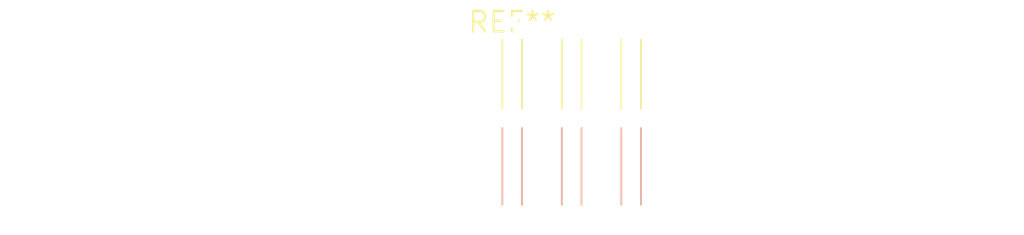
<source format=kicad_pcb>
(kicad_pcb (version 20240108) (generator pcbnew)
  (layers (0 "F.Cu" signal) (31 "B.Cu" signal) (34 "B.Paste" user) (35 "F.Paste" user) (36 "B.SilkS" user "B.Silkscreen") (37 "F.SilkS" user "F.Silkscreen") (38 "B.Mask" user) (39 "F.Mask" user) (44 "Edge.Cuts" user))
  (net 0 "")
  (footprint "SolderWire-0.127sqmm_1x03_P3.7mm_D0.48mm_OD1mm_Relief2x" (layer "F.Cu") (at 0 0)
    (property "Reference" "REF**")
    (property "Value" "SolderWire-0.127sqmm_1x03_P3.7mm_D0.48mm_OD1mm_Relief2x")
    (fp_line (start -0.61 6.61) (end -0.61 11.39) (layer "B.SilkS") (stroke (width 0.12)))
    (fp_line (start 0.61 6.61) (end 0.61 11.39) (layer "B.SilkS") (stroke (width 0.12)))
    (fp_line (start 3.09 6.61) (end 3.09 11.39) (layer "B.SilkS") (stroke (width 0.12)))
    (fp_line (start 4.31 6.61) (end 4.31 11.39) (layer "B.SilkS") (stroke (width 0.12)))
    (fp_line (start 6.79 6.61) (end 6.79 11.39) (layer "B.SilkS") (stroke (width 0.12)))
    (fp_line (start 8.01 6.61) (end 8.01 11.39) (layer "B.SilkS") (stroke (width 0.12)))
    (fp_line (start -0.61 1.11) (end -0.61 5.39) (layer "F.SilkS") (stroke (width 0.12)))
    (fp_line (start 0.61 1.11) (end 0.61 5.39) (layer "F.SilkS") (stroke (width 0.12)))
    (fp_line (start 3.09 1.11) (end 3.09 5.39) (layer "F.SilkS") (stroke (width 0.12)))
    (fp_line (start 4.31 1.11) (end 4.31 5.39) (layer "F.SilkS") (stroke (width 0.12)))
    (fp_line (start 6.79 1.11) (end 6.79 5.39) (layer "F.SilkS") (stroke (width 0.12)))
    (fp_line (start 8.01 1.11) (end 8.01 5.39) (layer "F.SilkS") (stroke (width 0.12)))
    (pad "" np_thru_hole circle (at 0 6) (size 1.5 1.5) (drill 1.5) (layers *.Cu *.Mask))
    (pad "" np_thru_hole circle (at 0 12) (size 1.5 1.5) (drill 1.5) (layers *.Cu *.Mask))
    (pad "" np_thru_hole circle (at 3.7 6) (size 1.5 1.5) (drill 1.5) (layers *.Cu *.Mask))
    (pad "" np_thru_hole circle (at 3.7 12) (size 1.5 1.5) (drill 1.5) (layers *.Cu *.Mask))
    (pad "" np_thru_hole circle (at 7.4 6) (size 1.5 1.5) (drill 1.5) (layers *.Cu *.Mask))
    (pad "" np_thru_hole circle (at 7.4 12) (size 1.5 1.5) (drill 1.5) (layers *.Cu *.Mask))
    (pad "1" thru_hole roundrect (at 0 0) (size 1.7 1.7) (drill 0.7) (layers *.Cu *.Mask) (remove_unused_layers) (roundrect_rratio 0.147059))
    (pad "2" thru_hole circle (at 3.7 0) (size 1.7 1.7) (drill 0.7) (layers *.Cu *.Mask) (remove_unused_layers))
    (pad "3" thru_hole circle (at 7.4 0) (size 1.7 1.7) (drill 0.7) (layers *.Cu *.Mask) (remove_unused_layers))
  )
)
</source>
